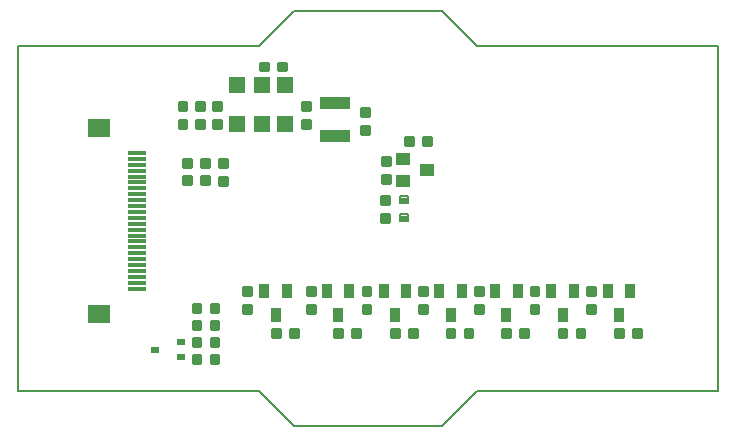
<source format=gtp>
G75*
%MOIN*%
%OFA0B0*%
%FSLAX25Y25*%
%IPPOS*%
%LPD*%
%AMOC8*
5,1,8,0,0,1.08239X$1,22.5*
%
%ADD10C,0.00600*%
%ADD11C,0.00875*%
%ADD12R,0.05500X0.05500*%
%ADD13C,0.00750*%
%ADD14R,0.06299X0.01181*%
%ADD15R,0.07677X0.06299*%
%ADD16R,0.09843X0.03937*%
%ADD17R,0.03150X0.01969*%
%ADD18R,0.03500X0.04500*%
%ADD19R,0.04500X0.04000*%
D10*
X0008065Y0019400D02*
X0008065Y0134361D01*
X0088320Y0134361D01*
X0099920Y0145961D01*
X0149420Y0145961D01*
X0161020Y0134361D01*
X0241136Y0134361D01*
X0241136Y0019400D01*
X0161020Y0019400D01*
X0149420Y0007800D01*
X0099920Y0007800D01*
X0088320Y0019400D01*
X0008065Y0019400D01*
D11*
X0066113Y0031354D02*
X0068739Y0031354D01*
X0068739Y0028728D01*
X0066113Y0028728D01*
X0066113Y0031354D01*
X0066113Y0029602D02*
X0068739Y0029602D01*
X0068739Y0030476D02*
X0066113Y0030476D01*
X0066113Y0031350D02*
X0068739Y0031350D01*
X0072113Y0031354D02*
X0074739Y0031354D01*
X0074739Y0028728D01*
X0072113Y0028728D01*
X0072113Y0031354D01*
X0072113Y0029602D02*
X0074739Y0029602D01*
X0074739Y0030476D02*
X0072113Y0030476D01*
X0072113Y0031350D02*
X0074739Y0031350D01*
X0074739Y0037054D02*
X0072113Y0037054D01*
X0074739Y0037054D02*
X0074739Y0034428D01*
X0072113Y0034428D01*
X0072113Y0037054D01*
X0072113Y0035302D02*
X0074739Y0035302D01*
X0074739Y0036176D02*
X0072113Y0036176D01*
X0072113Y0037050D02*
X0074739Y0037050D01*
X0074739Y0042754D02*
X0072113Y0042754D01*
X0074739Y0042754D02*
X0074739Y0040128D01*
X0072113Y0040128D01*
X0072113Y0042754D01*
X0072113Y0041002D02*
X0074739Y0041002D01*
X0074739Y0041876D02*
X0072113Y0041876D01*
X0072113Y0042750D02*
X0074739Y0042750D01*
X0074739Y0048354D02*
X0072113Y0048354D01*
X0074739Y0048354D02*
X0074739Y0045728D01*
X0072113Y0045728D01*
X0072113Y0048354D01*
X0072113Y0046602D02*
X0074739Y0046602D01*
X0074739Y0047476D02*
X0072113Y0047476D01*
X0072113Y0048350D02*
X0074739Y0048350D01*
X0068739Y0048354D02*
X0066113Y0048354D01*
X0068739Y0048354D02*
X0068739Y0045728D01*
X0066113Y0045728D01*
X0066113Y0048354D01*
X0066113Y0046602D02*
X0068739Y0046602D01*
X0068739Y0047476D02*
X0066113Y0047476D01*
X0066113Y0048350D02*
X0068739Y0048350D01*
X0068739Y0042754D02*
X0066113Y0042754D01*
X0068739Y0042754D02*
X0068739Y0040128D01*
X0066113Y0040128D01*
X0066113Y0042754D01*
X0066113Y0041002D02*
X0068739Y0041002D01*
X0068739Y0041876D02*
X0066113Y0041876D01*
X0066113Y0042750D02*
X0068739Y0042750D01*
X0068739Y0037054D02*
X0066113Y0037054D01*
X0068739Y0037054D02*
X0068739Y0034428D01*
X0066113Y0034428D01*
X0066113Y0037054D01*
X0066113Y0035302D02*
X0068739Y0035302D01*
X0068739Y0036176D02*
X0066113Y0036176D01*
X0066113Y0037050D02*
X0068739Y0037050D01*
X0082957Y0045493D02*
X0082957Y0048119D01*
X0085583Y0048119D01*
X0085583Y0045493D01*
X0082957Y0045493D01*
X0082957Y0046367D02*
X0085583Y0046367D01*
X0085583Y0047241D02*
X0082957Y0047241D01*
X0082957Y0048115D02*
X0085583Y0048115D01*
X0082957Y0051493D02*
X0082957Y0054119D01*
X0085583Y0054119D01*
X0085583Y0051493D01*
X0082957Y0051493D01*
X0082957Y0052367D02*
X0085583Y0052367D01*
X0085583Y0053241D02*
X0082957Y0053241D01*
X0082957Y0054115D02*
X0085583Y0054115D01*
X0104157Y0054119D02*
X0104157Y0051493D01*
X0104157Y0054119D02*
X0106783Y0054119D01*
X0106783Y0051493D01*
X0104157Y0051493D01*
X0104157Y0052367D02*
X0106783Y0052367D01*
X0106783Y0053241D02*
X0104157Y0053241D01*
X0104157Y0054115D02*
X0106783Y0054115D01*
X0104157Y0048119D02*
X0104157Y0045493D01*
X0104157Y0048119D02*
X0106783Y0048119D01*
X0106783Y0045493D01*
X0104157Y0045493D01*
X0104157Y0046367D02*
X0106783Y0046367D01*
X0106783Y0047241D02*
X0104157Y0047241D01*
X0104157Y0048115D02*
X0106783Y0048115D01*
X0101117Y0037437D02*
X0098491Y0037437D01*
X0098491Y0040063D01*
X0101117Y0040063D01*
X0101117Y0037437D01*
X0101117Y0038311D02*
X0098491Y0038311D01*
X0098491Y0039185D02*
X0101117Y0039185D01*
X0101117Y0040059D02*
X0098491Y0040059D01*
X0095117Y0037437D02*
X0092491Y0037437D01*
X0092491Y0040063D01*
X0095117Y0040063D01*
X0095117Y0037437D01*
X0095117Y0038311D02*
X0092491Y0038311D01*
X0092491Y0039185D02*
X0095117Y0039185D01*
X0095117Y0040059D02*
X0092491Y0040059D01*
X0113291Y0037437D02*
X0115917Y0037437D01*
X0113291Y0037437D02*
X0113291Y0040063D01*
X0115917Y0040063D01*
X0115917Y0037437D01*
X0115917Y0038311D02*
X0113291Y0038311D01*
X0113291Y0039185D02*
X0115917Y0039185D01*
X0115917Y0040059D02*
X0113291Y0040059D01*
X0119291Y0037437D02*
X0121917Y0037437D01*
X0119291Y0037437D02*
X0119291Y0040063D01*
X0121917Y0040063D01*
X0121917Y0037437D01*
X0121917Y0038311D02*
X0119291Y0038311D01*
X0119291Y0039185D02*
X0121917Y0039185D01*
X0121917Y0040059D02*
X0119291Y0040059D01*
X0122757Y0045493D02*
X0122757Y0048119D01*
X0125383Y0048119D01*
X0125383Y0045493D01*
X0122757Y0045493D01*
X0122757Y0046367D02*
X0125383Y0046367D01*
X0125383Y0047241D02*
X0122757Y0047241D01*
X0122757Y0048115D02*
X0125383Y0048115D01*
X0122757Y0051493D02*
X0122757Y0054119D01*
X0125383Y0054119D01*
X0125383Y0051493D01*
X0122757Y0051493D01*
X0122757Y0052367D02*
X0125383Y0052367D01*
X0125383Y0053241D02*
X0122757Y0053241D01*
X0122757Y0054115D02*
X0125383Y0054115D01*
X0141657Y0054119D02*
X0141657Y0051493D01*
X0141657Y0054119D02*
X0144283Y0054119D01*
X0144283Y0051493D01*
X0141657Y0051493D01*
X0141657Y0052367D02*
X0144283Y0052367D01*
X0144283Y0053241D02*
X0141657Y0053241D01*
X0141657Y0054115D02*
X0144283Y0054115D01*
X0141657Y0048119D02*
X0141657Y0045493D01*
X0141657Y0048119D02*
X0144283Y0048119D01*
X0144283Y0045493D01*
X0141657Y0045493D01*
X0141657Y0046367D02*
X0144283Y0046367D01*
X0144283Y0047241D02*
X0141657Y0047241D01*
X0141657Y0048115D02*
X0144283Y0048115D01*
X0140817Y0037437D02*
X0138191Y0037437D01*
X0138191Y0040063D01*
X0140817Y0040063D01*
X0140817Y0037437D01*
X0140817Y0038311D02*
X0138191Y0038311D01*
X0138191Y0039185D02*
X0140817Y0039185D01*
X0140817Y0040059D02*
X0138191Y0040059D01*
X0134817Y0037437D02*
X0132191Y0037437D01*
X0132191Y0040063D01*
X0134817Y0040063D01*
X0134817Y0037437D01*
X0134817Y0038311D02*
X0132191Y0038311D01*
X0132191Y0039185D02*
X0134817Y0039185D01*
X0134817Y0040059D02*
X0132191Y0040059D01*
X0150791Y0037437D02*
X0153417Y0037437D01*
X0150791Y0037437D02*
X0150791Y0040063D01*
X0153417Y0040063D01*
X0153417Y0037437D01*
X0153417Y0038311D02*
X0150791Y0038311D01*
X0150791Y0039185D02*
X0153417Y0039185D01*
X0153417Y0040059D02*
X0150791Y0040059D01*
X0156791Y0037437D02*
X0159417Y0037437D01*
X0156791Y0037437D02*
X0156791Y0040063D01*
X0159417Y0040063D01*
X0159417Y0037437D01*
X0159417Y0038311D02*
X0156791Y0038311D01*
X0156791Y0039185D02*
X0159417Y0039185D01*
X0159417Y0040059D02*
X0156791Y0040059D01*
X0160157Y0045493D02*
X0160157Y0048119D01*
X0162783Y0048119D01*
X0162783Y0045493D01*
X0160157Y0045493D01*
X0160157Y0046367D02*
X0162783Y0046367D01*
X0162783Y0047241D02*
X0160157Y0047241D01*
X0160157Y0048115D02*
X0162783Y0048115D01*
X0160157Y0051493D02*
X0160157Y0054119D01*
X0162783Y0054119D01*
X0162783Y0051493D01*
X0160157Y0051493D01*
X0160157Y0052367D02*
X0162783Y0052367D01*
X0162783Y0053241D02*
X0160157Y0053241D01*
X0160157Y0054115D02*
X0162783Y0054115D01*
X0178757Y0054119D02*
X0178757Y0051493D01*
X0178757Y0054119D02*
X0181383Y0054119D01*
X0181383Y0051493D01*
X0178757Y0051493D01*
X0178757Y0052367D02*
X0181383Y0052367D01*
X0181383Y0053241D02*
X0178757Y0053241D01*
X0178757Y0054115D02*
X0181383Y0054115D01*
X0178757Y0048119D02*
X0178757Y0045493D01*
X0178757Y0048119D02*
X0181383Y0048119D01*
X0181383Y0045493D01*
X0178757Y0045493D01*
X0178757Y0046367D02*
X0181383Y0046367D01*
X0181383Y0047241D02*
X0178757Y0047241D01*
X0178757Y0048115D02*
X0181383Y0048115D01*
X0178017Y0037437D02*
X0175391Y0037437D01*
X0175391Y0040063D01*
X0178017Y0040063D01*
X0178017Y0037437D01*
X0178017Y0038311D02*
X0175391Y0038311D01*
X0175391Y0039185D02*
X0178017Y0039185D01*
X0178017Y0040059D02*
X0175391Y0040059D01*
X0172017Y0037437D02*
X0169391Y0037437D01*
X0169391Y0040063D01*
X0172017Y0040063D01*
X0172017Y0037437D01*
X0172017Y0038311D02*
X0169391Y0038311D01*
X0169391Y0039185D02*
X0172017Y0039185D01*
X0172017Y0040059D02*
X0169391Y0040059D01*
X0188091Y0037437D02*
X0190717Y0037437D01*
X0188091Y0037437D02*
X0188091Y0040063D01*
X0190717Y0040063D01*
X0190717Y0037437D01*
X0190717Y0038311D02*
X0188091Y0038311D01*
X0188091Y0039185D02*
X0190717Y0039185D01*
X0190717Y0040059D02*
X0188091Y0040059D01*
X0194091Y0037437D02*
X0196717Y0037437D01*
X0194091Y0037437D02*
X0194091Y0040063D01*
X0196717Y0040063D01*
X0196717Y0037437D01*
X0196717Y0038311D02*
X0194091Y0038311D01*
X0194091Y0039185D02*
X0196717Y0039185D01*
X0196717Y0040059D02*
X0194091Y0040059D01*
X0197557Y0045493D02*
X0197557Y0048119D01*
X0200183Y0048119D01*
X0200183Y0045493D01*
X0197557Y0045493D01*
X0197557Y0046367D02*
X0200183Y0046367D01*
X0200183Y0047241D02*
X0197557Y0047241D01*
X0197557Y0048115D02*
X0200183Y0048115D01*
X0197557Y0051493D02*
X0197557Y0054119D01*
X0200183Y0054119D01*
X0200183Y0051493D01*
X0197557Y0051493D01*
X0197557Y0052367D02*
X0200183Y0052367D01*
X0200183Y0053241D02*
X0197557Y0053241D01*
X0197557Y0054115D02*
X0200183Y0054115D01*
X0206891Y0037437D02*
X0209517Y0037437D01*
X0206891Y0037437D02*
X0206891Y0040063D01*
X0209517Y0040063D01*
X0209517Y0037437D01*
X0209517Y0038311D02*
X0206891Y0038311D01*
X0206891Y0039185D02*
X0209517Y0039185D01*
X0209517Y0040059D02*
X0206891Y0040059D01*
X0212891Y0037437D02*
X0215517Y0037437D01*
X0212891Y0037437D02*
X0212891Y0040063D01*
X0215517Y0040063D01*
X0215517Y0037437D01*
X0215517Y0038311D02*
X0212891Y0038311D01*
X0212891Y0039185D02*
X0215517Y0039185D01*
X0215517Y0040059D02*
X0212891Y0040059D01*
X0129057Y0075793D02*
X0129057Y0078419D01*
X0131683Y0078419D01*
X0131683Y0075793D01*
X0129057Y0075793D01*
X0129057Y0076667D02*
X0131683Y0076667D01*
X0131683Y0077541D02*
X0129057Y0077541D01*
X0129057Y0078415D02*
X0131683Y0078415D01*
X0129057Y0081793D02*
X0129057Y0084419D01*
X0131683Y0084419D01*
X0131683Y0081793D01*
X0129057Y0081793D01*
X0129057Y0082667D02*
X0131683Y0082667D01*
X0131683Y0083541D02*
X0129057Y0083541D01*
X0129057Y0084415D02*
X0131683Y0084415D01*
X0129157Y0088593D02*
X0129157Y0091219D01*
X0131783Y0091219D01*
X0131783Y0088593D01*
X0129157Y0088593D01*
X0129157Y0089467D02*
X0131783Y0089467D01*
X0131783Y0090341D02*
X0129157Y0090341D01*
X0129157Y0091215D02*
X0131783Y0091215D01*
X0129157Y0094593D02*
X0129157Y0097219D01*
X0131783Y0097219D01*
X0131783Y0094593D01*
X0129157Y0094593D01*
X0129157Y0095467D02*
X0131783Y0095467D01*
X0131783Y0096341D02*
X0129157Y0096341D01*
X0129157Y0097215D02*
X0131783Y0097215D01*
X0136891Y0101437D02*
X0139517Y0101437D01*
X0136891Y0101437D02*
X0136891Y0104063D01*
X0139517Y0104063D01*
X0139517Y0101437D01*
X0139517Y0102311D02*
X0136891Y0102311D01*
X0136891Y0103185D02*
X0139517Y0103185D01*
X0139517Y0104059D02*
X0136891Y0104059D01*
X0142891Y0101437D02*
X0145517Y0101437D01*
X0142891Y0101437D02*
X0142891Y0104063D01*
X0145517Y0104063D01*
X0145517Y0101437D01*
X0145517Y0102311D02*
X0142891Y0102311D01*
X0142891Y0103185D02*
X0145517Y0103185D01*
X0145517Y0104059D02*
X0142891Y0104059D01*
X0122157Y0105093D02*
X0122157Y0107719D01*
X0124783Y0107719D01*
X0124783Y0105093D01*
X0122157Y0105093D01*
X0122157Y0105967D02*
X0124783Y0105967D01*
X0124783Y0106841D02*
X0122157Y0106841D01*
X0122157Y0107715D02*
X0124783Y0107715D01*
X0122157Y0111093D02*
X0122157Y0113719D01*
X0124783Y0113719D01*
X0124783Y0111093D01*
X0122157Y0111093D01*
X0122157Y0111967D02*
X0124783Y0111967D01*
X0124783Y0112841D02*
X0122157Y0112841D01*
X0122157Y0113715D02*
X0124783Y0113715D01*
X0102557Y0113193D02*
X0102557Y0115819D01*
X0105183Y0115819D01*
X0105183Y0113193D01*
X0102557Y0113193D01*
X0102557Y0114067D02*
X0105183Y0114067D01*
X0105183Y0114941D02*
X0102557Y0114941D01*
X0102557Y0115815D02*
X0105183Y0115815D01*
X0102557Y0109819D02*
X0102557Y0107193D01*
X0102557Y0109819D02*
X0105183Y0109819D01*
X0105183Y0107193D01*
X0102557Y0107193D01*
X0102557Y0108067D02*
X0105183Y0108067D01*
X0105183Y0108941D02*
X0102557Y0108941D01*
X0102557Y0109815D02*
X0105183Y0109815D01*
X0097139Y0128854D02*
X0094513Y0128854D01*
X0097139Y0128854D02*
X0097139Y0126228D01*
X0094513Y0126228D01*
X0094513Y0128854D01*
X0094513Y0127102D02*
X0097139Y0127102D01*
X0097139Y0127976D02*
X0094513Y0127976D01*
X0094513Y0128850D02*
X0097139Y0128850D01*
X0091139Y0128854D02*
X0088513Y0128854D01*
X0091139Y0128854D02*
X0091139Y0126228D01*
X0088513Y0126228D01*
X0088513Y0128854D01*
X0088513Y0127102D02*
X0091139Y0127102D01*
X0091139Y0127976D02*
X0088513Y0127976D01*
X0088513Y0128850D02*
X0091139Y0128850D01*
X0072857Y0115819D02*
X0072857Y0113193D01*
X0072857Y0115819D02*
X0075483Y0115819D01*
X0075483Y0113193D01*
X0072857Y0113193D01*
X0072857Y0114067D02*
X0075483Y0114067D01*
X0075483Y0114941D02*
X0072857Y0114941D01*
X0072857Y0115815D02*
X0075483Y0115815D01*
X0067157Y0115819D02*
X0067157Y0113193D01*
X0067157Y0115819D02*
X0069783Y0115819D01*
X0069783Y0113193D01*
X0067157Y0113193D01*
X0067157Y0114067D02*
X0069783Y0114067D01*
X0069783Y0114941D02*
X0067157Y0114941D01*
X0067157Y0115815D02*
X0069783Y0115815D01*
X0061457Y0115819D02*
X0061457Y0113193D01*
X0061457Y0115819D02*
X0064083Y0115819D01*
X0064083Y0113193D01*
X0061457Y0113193D01*
X0061457Y0114067D02*
X0064083Y0114067D01*
X0064083Y0114941D02*
X0061457Y0114941D01*
X0061457Y0115815D02*
X0064083Y0115815D01*
X0061457Y0109819D02*
X0061457Y0107193D01*
X0061457Y0109819D02*
X0064083Y0109819D01*
X0064083Y0107193D01*
X0061457Y0107193D01*
X0061457Y0108067D02*
X0064083Y0108067D01*
X0064083Y0108941D02*
X0061457Y0108941D01*
X0061457Y0109815D02*
X0064083Y0109815D01*
X0067157Y0109819D02*
X0067157Y0107193D01*
X0067157Y0109819D02*
X0069783Y0109819D01*
X0069783Y0107193D01*
X0067157Y0107193D01*
X0067157Y0108067D02*
X0069783Y0108067D01*
X0069783Y0108941D02*
X0067157Y0108941D01*
X0067157Y0109815D02*
X0069783Y0109815D01*
X0072857Y0109819D02*
X0072857Y0107193D01*
X0072857Y0109819D02*
X0075483Y0109819D01*
X0075483Y0107193D01*
X0072857Y0107193D01*
X0072857Y0108067D02*
X0075483Y0108067D01*
X0075483Y0108941D02*
X0072857Y0108941D01*
X0072857Y0109815D02*
X0075483Y0109815D01*
X0075057Y0096819D02*
X0075057Y0094193D01*
X0075057Y0096819D02*
X0077683Y0096819D01*
X0077683Y0094193D01*
X0075057Y0094193D01*
X0075057Y0095067D02*
X0077683Y0095067D01*
X0077683Y0095941D02*
X0075057Y0095941D01*
X0075057Y0096815D02*
X0077683Y0096815D01*
X0075057Y0090819D02*
X0075057Y0088193D01*
X0075057Y0090819D02*
X0077683Y0090819D01*
X0077683Y0088193D01*
X0075057Y0088193D01*
X0075057Y0089067D02*
X0077683Y0089067D01*
X0077683Y0089941D02*
X0075057Y0089941D01*
X0075057Y0090815D02*
X0077683Y0090815D01*
X0071639Y0090954D02*
X0069013Y0090954D01*
X0071639Y0090954D02*
X0071639Y0088328D01*
X0069013Y0088328D01*
X0069013Y0090954D01*
X0069013Y0089202D02*
X0071639Y0089202D01*
X0071639Y0090076D02*
X0069013Y0090076D01*
X0069013Y0090950D02*
X0071639Y0090950D01*
X0071639Y0096654D02*
X0069013Y0096654D01*
X0071639Y0096654D02*
X0071639Y0094028D01*
X0069013Y0094028D01*
X0069013Y0096654D01*
X0069013Y0094902D02*
X0071639Y0094902D01*
X0071639Y0095776D02*
X0069013Y0095776D01*
X0069013Y0096650D02*
X0071639Y0096650D01*
X0065639Y0096654D02*
X0063013Y0096654D01*
X0065639Y0096654D02*
X0065639Y0094028D01*
X0063013Y0094028D01*
X0063013Y0096654D01*
X0063013Y0094902D02*
X0065639Y0094902D01*
X0065639Y0095776D02*
X0063013Y0095776D01*
X0063013Y0096650D02*
X0065639Y0096650D01*
X0065639Y0090954D02*
X0063013Y0090954D01*
X0065639Y0090954D02*
X0065639Y0088328D01*
X0063013Y0088328D01*
X0063013Y0090954D01*
X0063013Y0089202D02*
X0065639Y0089202D01*
X0065639Y0090076D02*
X0063013Y0090076D01*
X0063013Y0090950D02*
X0065639Y0090950D01*
D12*
X0081070Y0108506D03*
X0089160Y0108485D03*
X0097060Y0108485D03*
X0097060Y0121485D03*
X0089160Y0121485D03*
X0081070Y0121506D03*
D13*
X0135195Y0084231D02*
X0135195Y0081981D01*
X0135195Y0084231D02*
X0137945Y0084231D01*
X0137945Y0081981D01*
X0135195Y0081981D01*
X0135195Y0082730D02*
X0137945Y0082730D01*
X0137945Y0083479D02*
X0135195Y0083479D01*
X0135195Y0084228D02*
X0137945Y0084228D01*
X0135195Y0078231D02*
X0135195Y0075981D01*
X0135195Y0078231D02*
X0137945Y0078231D01*
X0137945Y0075981D01*
X0135195Y0075981D01*
X0135195Y0076730D02*
X0137945Y0076730D01*
X0137945Y0077479D02*
X0135195Y0077479D01*
X0135195Y0078228D02*
X0137945Y0078228D01*
D14*
X0047632Y0079046D03*
X0047632Y0081014D03*
X0047632Y0082983D03*
X0047632Y0084951D03*
X0047632Y0086920D03*
X0047632Y0088888D03*
X0047632Y0090857D03*
X0047632Y0092825D03*
X0047632Y0094794D03*
X0047632Y0096762D03*
X0047632Y0098731D03*
X0047632Y0077077D03*
X0047632Y0075109D03*
X0047632Y0073140D03*
X0047632Y0071172D03*
X0047632Y0069203D03*
X0047632Y0067235D03*
X0047632Y0065266D03*
X0047632Y0063298D03*
X0047632Y0061329D03*
X0047632Y0059361D03*
X0047632Y0057392D03*
X0047632Y0055424D03*
X0047632Y0053455D03*
D15*
X0034837Y0044991D03*
X0034837Y0107195D03*
D16*
X0113526Y0104435D03*
X0113526Y0115246D03*
D17*
X0062170Y0035665D03*
X0053508Y0033106D03*
X0062170Y0030547D03*
D18*
X0093826Y0044841D03*
X0097566Y0052841D03*
X0090086Y0052841D03*
X0110886Y0052841D03*
X0118366Y0052841D03*
X0114626Y0044841D03*
X0129786Y0052841D03*
X0137266Y0052841D03*
X0133526Y0044841D03*
X0148386Y0052841D03*
X0155866Y0052841D03*
X0166986Y0052741D03*
X0174466Y0052741D03*
X0170726Y0044741D03*
X0185686Y0052741D03*
X0193166Y0052741D03*
X0189426Y0044741D03*
X0204486Y0052741D03*
X0211966Y0052741D03*
X0208226Y0044741D03*
X0152126Y0044841D03*
D19*
X0136270Y0089366D03*
X0144270Y0093106D03*
X0136270Y0096846D03*
M02*

</source>
